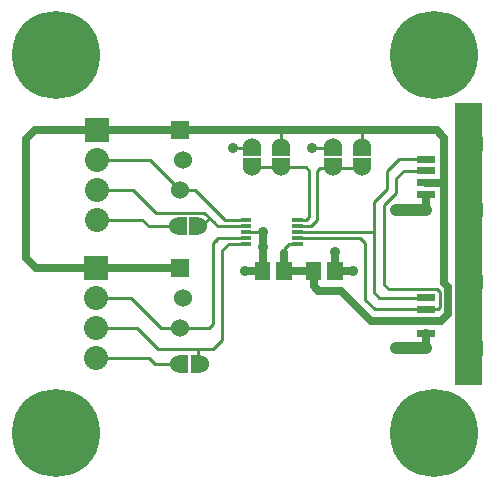
<source format=gbr>
G04 start of page 2 for group 0 idx 0 *
G04 Title: (unknown), component *
G04 Creator: pcb 20140316 *
G04 CreationDate: Tue 26 Feb 2019 04:37:41 AM GMT UTC *
G04 For: railfan *
G04 Format: Gerber/RS-274X *
G04 PCB-Dimensions (mil): 1600.00 1600.00 *
G04 PCB-Coordinate-Origin: lower left *
%MOIN*%
%FSLAX25Y25*%
%LNTOP*%
%ADD28C,0.0380*%
%ADD27C,0.0480*%
%ADD26C,0.1285*%
%ADD25C,0.0200*%
%ADD24C,0.0360*%
%ADD23R,0.0100X0.0100*%
%ADD22R,0.0120X0.0120*%
%ADD21R,0.0512X0.0512*%
%ADD20R,0.0300X0.0300*%
%ADD19R,0.0472X0.0472*%
%ADD18R,0.0236X0.0236*%
%ADD17C,0.0800*%
%ADD16C,0.0600*%
%ADD15C,0.2937*%
%ADD14C,0.0400*%
%ADD13C,0.0100*%
%ADD12C,0.0250*%
%ADD11C,0.0001*%
G54D11*G36*
X150000Y127000D02*X159000D01*
Y33000D01*
X150000D01*
Y56662D01*
X150007Y56750D01*
X150000Y56838D01*
Y65662D01*
X150007Y65750D01*
X150000Y65838D01*
Y127000D01*
G37*
G54D12*X58300Y118200D02*X58500Y118000D01*
X59300Y108200D02*X59500Y108000D01*
X58500Y40400D02*X58100Y40000D01*
G54D13*X71000Y86000D02*X77468D01*
X80452Y86032D02*X74032D01*
X74000Y86000D01*
X72500Y89000D02*X73500Y88000D01*
X80405D01*
X77468Y86000D02*X77500Y86032D01*
X64500Y86000D02*X65500D01*
X68250Y88750D01*
X58500Y98000D02*X63500D01*
X73000Y88500D01*
X66500Y90500D02*X70000Y87000D01*
X72500Y48000D02*Y63500D01*
X68000Y52000D02*X69500Y53500D01*
Y66500D01*
X64500Y45000D02*Y40400D01*
X64900Y40000D01*
X86000Y84000D02*X80515D01*
X80452Y84063D01*
G54D12*X80000Y71000D02*X86000D01*
Y84000D02*Y71000D01*
G54D13*X94626Y80126D02*X93000Y78500D01*
X69500Y87500D02*X71000Y86000D01*
X69500Y63500D02*Y80500D01*
X71000Y82000D01*
X71094Y82094D02*X70250Y81250D01*
X72500Y78000D02*Y74000D01*
X80452Y82094D02*X71094D01*
X80405Y80126D02*X74626D01*
X72500Y78000D01*
Y59000D02*Y78000D01*
X69500Y45000D02*X72500Y48000D01*
X30600Y98200D02*X39700D01*
X30500Y52000D02*X39500D01*
X39000D02*X44000D01*
X30500Y62000D02*X42000D01*
G54D12*X7000Y115000D02*Y75500D01*
X10500Y72000D01*
X58500D02*X10500D01*
G54D13*X48000Y86000D02*X57700D01*
X48500Y92500D02*X50500Y90500D01*
X30500Y42000D02*X47000D01*
X46000D02*X48000D01*
X50000Y40000D01*
X58100D01*
X44000Y52000D02*X51000Y45000D01*
X42000Y62000D02*X52000Y52000D01*
G54D12*X58300Y118200D02*X10200D01*
G54D13*X30600Y108200D02*X48300D01*
G54D12*X10200Y118200D02*X7000Y115000D01*
G54D13*X48300Y108200D02*X58500Y98000D01*
X37700Y98200D02*X42800D01*
X49500Y91500D01*
X30600Y88200D02*X45800D01*
X48000Y86000D01*
X128000Y65000D02*X126500Y66500D01*
X124794Y62206D02*X123000Y64000D01*
X126500Y66500D02*Y93000D01*
X123000Y94000D02*Y68000D01*
Y64000D02*Y71500D01*
X120000Y80500D02*Y61500D01*
G54D12*X146500Y67000D02*Y115500D01*
X144000Y118000D01*
X140500Y100531D02*X146469D01*
X146500Y100500D01*
G54D14*X130500Y91500D02*X140500D01*
G54D12*X140400Y96263D02*Y91600D01*
G54D13*X126500Y93000D02*X130500Y97000D01*
Y102000D01*
X133000Y104500D01*
X140469D01*
X140500Y104469D01*
Y108406D02*X131406D01*
X127500Y104500D01*
Y98500D01*
X123000Y94000D01*
G54D12*X140400Y50263D02*Y45600D01*
G54D14*X130500Y45500D02*X140500D01*
G54D13*X51000Y45000D02*X69500D01*
X52000Y52000D02*X68000D01*
X144000Y65000D02*X128000D01*
X140500Y62206D02*X124794D01*
X140769Y58269D02*X123231D01*
X120000Y61500D01*
G54D12*X140669Y54331D02*X122169D01*
X115000Y61500D01*
X112000Y64500D02*X115500Y61000D01*
G54D13*X140500Y58269D02*X144269D01*
X145000Y59000D01*
Y64000D01*
X144000Y65000D01*
G54D12*X140000Y54331D02*X145331D01*
X147750Y56750D01*
Y65750D01*
X146500Y67000D01*
G54D13*X101500Y89000D02*Y101500D01*
X104000Y88000D02*Y96000D01*
Y94000D02*Y104500D01*
X105000Y105500D01*
X100400Y105600D02*X101500Y104500D01*
Y100000D01*
G54D12*X144000Y118000D02*X58500D01*
G54D13*X105000Y105500D02*X118900D01*
X119000Y105600D01*
Y118000D02*Y112400D01*
X109100Y112000D02*X109500Y112400D01*
X92000D02*Y118000D01*
X76000Y112000D02*X82100D01*
X82500Y112400D01*
X102500Y112000D02*X109100D01*
X82500Y105600D02*X100400D01*
X50500Y90500D02*X66500D01*
X97468Y86000D02*X97500Y86032D01*
Y88000D02*X100500D01*
X101500Y89000D01*
X97500Y86000D02*X102000D01*
X104000Y88000D01*
X97500Y80126D02*X94626D01*
X93000Y78500D02*Y76000D01*
G54D12*X93043Y71000D02*X102957D01*
X93000Y77000D02*Y71043D01*
X93043Y71000D01*
G54D13*X97500Y84063D02*X122937D01*
X123000Y84000D01*
X97500Y82094D02*X118406D01*
X120000Y80500D01*
G54D12*X103000Y71000D02*Y66000D01*
X104500Y64500D01*
X112000D01*
X110000Y71043D02*X110043Y71000D01*
X116000D01*
X110000Y77500D02*Y71043D01*
G54D15*X143000Y17000D03*
G54D11*G36*
X26500Y76000D02*Y68000D01*
X34500D01*
Y76000D01*
X26500D01*
G37*
G54D15*X17000Y17000D03*
G54D11*G36*
X55500Y75000D02*Y69000D01*
X61500D01*
Y75000D01*
X55500D01*
G37*
G54D16*X59500Y62000D03*
X58500Y52000D03*
G54D17*X30500Y62000D03*
Y52000D03*
Y42000D03*
G54D15*X17000Y143000D03*
G54D11*G36*
X55500Y121000D02*Y115000D01*
X61500D01*
Y121000D01*
X55500D01*
G37*
G54D15*X143000Y143000D03*
G54D16*X59500Y108000D03*
X58500Y98000D03*
G54D11*G36*
X26600Y122200D02*Y114200D01*
X34600D01*
Y122200D01*
X26600D01*
G37*
G54D17*X30600Y108200D03*
Y98200D03*
Y88200D03*
G54D18*X138630Y96594D02*X142370D01*
G54D19*X154575Y91476D02*X156937D01*
G54D18*X138630Y100531D02*X142370D01*
X138630Y104469D02*X142370D01*
X138630Y108406D02*X142370D01*
G54D19*X154575Y113524D02*X156937D01*
G54D18*X138630Y50394D02*X142370D01*
X138630Y54331D02*X142370D01*
X138630Y58269D02*X142370D01*
X138630Y62206D02*X142370D01*
G54D19*X154575Y45276D02*X156937D01*
X154575Y67324D02*X156937D01*
G54D16*X57700Y86000D03*
G54D20*X59200Y87500D02*Y84500D01*
G54D16*X64500Y86000D03*
G54D20*X63000Y87500D02*Y84500D01*
G54D16*X58100Y40000D03*
G54D20*X59600Y41500D02*Y38500D01*
G54D16*X64900Y40000D03*
G54D20*X63400Y41500D02*Y38500D01*
G54D21*X93043Y71393D02*Y70607D01*
X85957Y71393D02*Y70607D01*
G54D22*X79255Y82094D02*X81554D01*
X79255Y80126D02*X81554D01*
G54D23*X79952Y82094D02*X80952D01*
X79952Y80126D02*X80952D01*
G54D21*X102957Y71393D02*Y70607D01*
X110043Y71393D02*Y70607D01*
G54D22*X79255Y88000D02*X81554D01*
G54D23*X79952D02*X80952D01*
G54D22*X79255Y86032D02*X81554D01*
X79255Y84063D02*X81554D01*
G54D23*X79952Y86032D02*X80952D01*
X79952Y84063D02*X80952D01*
G54D22*X96350Y80126D02*X98649D01*
X96350Y82094D02*X98649D01*
G54D23*X96952Y80126D02*X97952D01*
X96952Y82094D02*X97952D01*
G54D22*X96350Y84063D02*X98649D01*
X96350Y86032D02*X98649D01*
X96350Y88000D02*X98649D01*
G54D23*X96952Y84063D02*X97952D01*
X96952Y86032D02*X97952D01*
X96952Y88000D02*X97952D01*
G54D16*X109500Y105600D03*
G54D20*X108000Y107100D02*X111000D01*
G54D16*X119000Y105600D03*
G54D20*X117500Y107100D02*X120500D01*
G54D16*X109500Y112400D03*
G54D20*X108000Y110900D02*X111000D01*
G54D16*X92000Y112400D03*
G54D20*X90500Y110900D02*X93500D01*
G54D16*X119000Y112400D03*
G54D20*X117500Y110900D02*X120500D01*
G54D16*X92000Y105600D03*
G54D20*X90500Y107100D02*X93500D01*
G54D16*X82500Y105600D03*
G54D20*X81000Y107100D02*X84000D01*
G54D16*X82500Y112400D03*
G54D20*X81000Y110900D02*X84000D01*
G54D24*X130500Y91500D03*
X135500D03*
X140500D03*
X130500Y45500D03*
X135500D03*
X140500D03*
X86000Y84000D03*
Y79000D03*
X102500Y112000D03*
X76000D03*
X80000Y71000D03*
X110000Y77500D03*
X116000Y71000D03*
G54D25*G54D26*G54D27*G54D26*G54D28*G54D27*G54D26*G54D28*G54D26*G54D28*G54D27*M02*

</source>
